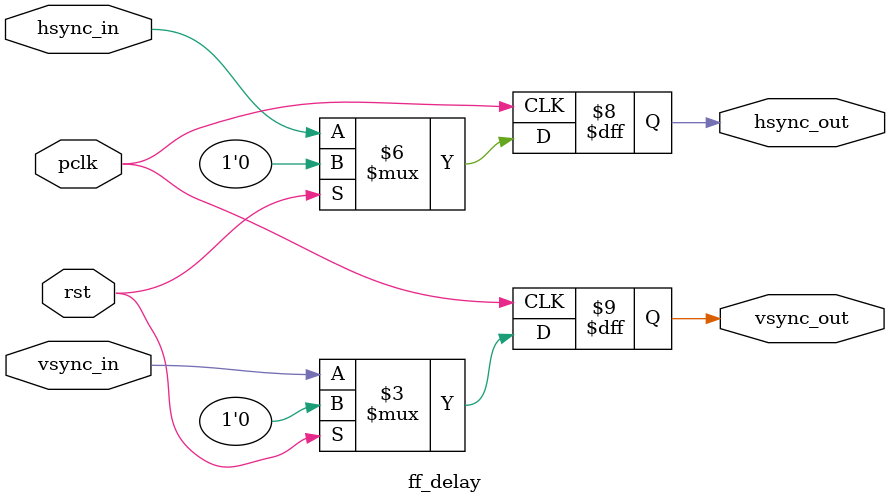
<source format=v>
`timescale 1ns / 1ps


module ff_delay(
    input wire pclk,
    input wire rst,
    input wire hsync_in,
    input wire vsync_in,
    output reg hsync_out,
    output reg vsync_out
    );
    
    always@(posedge pclk)
    begin
        if(rst)
        begin
            hsync_out <= 0;
            vsync_out <= 0;
        end
        else
        begin
            hsync_out <= hsync_in;
            vsync_out <= vsync_in;
        end
    end
    
    
endmodule

</source>
